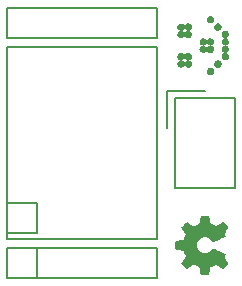
<source format=gto>
%FSLAX34Y34*%
G04 Gerber Fmt 3.4, Leading zero omitted, Abs format*
G04 (created by PCBNEW (2014-03-14 BZR 4750)-product) date Mon 17 Mar 2014 06:19:06 PM CET*
%MOIN*%
G01*
G70*
G90*
G04 APERTURE LIST*
%ADD10C,0.005906*%
%ADD11C,0.007874*%
%ADD12C,0.000100*%
%ADD13R,0.009843X0.039370*%
%ADD14C,0.040000*%
%ADD15C,0.064961*%
%ADD16R,0.064961X0.064961*%
%ADD17R,0.065000X0.065000*%
%ADD18C,0.065000*%
%ADD19C,0.010000*%
G04 APERTURE END LIST*
G54D10*
G54D11*
X61500Y-43200D02*
X61500Y-36800D01*
X66500Y-43200D02*
X61500Y-43200D01*
X66500Y-36800D02*
X66500Y-43200D01*
X61500Y-36800D02*
X66500Y-36800D01*
X63409Y-40944D02*
X64748Y-40944D01*
X63251Y-40787D02*
X63251Y-39055D01*
X63251Y-40787D02*
X63409Y-40944D01*
X64748Y-39055D02*
X64748Y-40944D01*
X63251Y-39055D02*
X64748Y-39055D01*
X63409Y-40590D02*
X63409Y-39409D01*
X63409Y-39409D02*
X64590Y-39409D01*
X64590Y-39409D02*
X64590Y-40590D01*
X64590Y-40590D02*
X63409Y-40590D01*
X61500Y-35500D02*
X66500Y-35500D01*
X66500Y-36500D02*
X61500Y-36500D01*
X61500Y-36500D02*
X61500Y-35500D01*
X66500Y-35500D02*
X66500Y-36500D01*
X66850Y-39500D02*
X66850Y-38250D01*
X66850Y-38250D02*
X68100Y-38250D01*
X67100Y-41500D02*
X67100Y-38500D01*
X67100Y-38500D02*
X69100Y-38500D01*
X69100Y-38500D02*
X69100Y-41500D01*
X69100Y-41500D02*
X67100Y-41500D01*
X66500Y-44500D02*
X61500Y-44500D01*
X61500Y-43500D02*
X66500Y-43500D01*
X66500Y-43500D02*
X66500Y-44500D01*
X61500Y-44500D02*
X61500Y-43500D01*
X62500Y-44500D02*
X62500Y-43500D01*
X61500Y-43000D02*
X62500Y-43000D01*
X61500Y-42000D02*
X62500Y-42000D01*
X62500Y-42000D02*
X62500Y-43000D01*
X61500Y-43000D02*
X61500Y-42000D01*
G54D12*
G36*
X68884Y-44006D02*
X68878Y-43996D01*
X68864Y-43973D01*
X68842Y-43940D01*
X68816Y-43901D01*
X68790Y-43862D01*
X68769Y-43830D01*
X68754Y-43808D01*
X68749Y-43798D01*
X68751Y-43793D01*
X68760Y-43775D01*
X68774Y-43748D01*
X68782Y-43732D01*
X68792Y-43708D01*
X68795Y-43695D01*
X68791Y-43693D01*
X68772Y-43684D01*
X68740Y-43670D01*
X68697Y-43652D01*
X68647Y-43630D01*
X68594Y-43608D01*
X68539Y-43585D01*
X68486Y-43563D01*
X68439Y-43544D01*
X68401Y-43528D01*
X68374Y-43518D01*
X68363Y-43514D01*
X68360Y-43515D01*
X68348Y-43528D01*
X68332Y-43549D01*
X68294Y-43596D01*
X68237Y-43642D01*
X68172Y-43670D01*
X68099Y-43679D01*
X68032Y-43671D01*
X67968Y-43645D01*
X67910Y-43600D01*
X67867Y-43545D01*
X67840Y-43481D01*
X67831Y-43410D01*
X67839Y-43342D01*
X67865Y-43276D01*
X67909Y-43218D01*
X67937Y-43193D01*
X67996Y-43159D01*
X68058Y-43140D01*
X68074Y-43138D01*
X68143Y-43141D01*
X68210Y-43161D01*
X68269Y-43198D01*
X68318Y-43249D01*
X68322Y-43255D01*
X68340Y-43278D01*
X68352Y-43294D01*
X68362Y-43306D01*
X68574Y-43218D01*
X68607Y-43204D01*
X68665Y-43180D01*
X68715Y-43159D01*
X68755Y-43142D01*
X68781Y-43130D01*
X68792Y-43125D01*
X68793Y-43125D01*
X68794Y-43117D01*
X68788Y-43101D01*
X68774Y-43071D01*
X68764Y-43052D01*
X68753Y-43029D01*
X68749Y-43019D01*
X68754Y-43010D01*
X68768Y-42989D01*
X68789Y-42957D01*
X68814Y-42919D01*
X68839Y-42883D01*
X68861Y-42850D01*
X68876Y-42826D01*
X68883Y-42814D01*
X68883Y-42812D01*
X68877Y-42802D01*
X68861Y-42783D01*
X68834Y-42754D01*
X68793Y-42713D01*
X68787Y-42707D01*
X68753Y-42673D01*
X68724Y-42646D01*
X68704Y-42628D01*
X68695Y-42621D01*
X68695Y-42621D01*
X68683Y-42627D01*
X68659Y-42642D01*
X68625Y-42664D01*
X68586Y-42691D01*
X68484Y-42761D01*
X68388Y-42723D01*
X68358Y-42711D01*
X68323Y-42696D01*
X68297Y-42685D01*
X68286Y-42679D01*
X68282Y-42669D01*
X68276Y-42642D01*
X68268Y-42604D01*
X68260Y-42559D01*
X68252Y-42515D01*
X68244Y-42476D01*
X68239Y-42448D01*
X68236Y-42435D01*
X68234Y-42432D01*
X68228Y-42429D01*
X68215Y-42428D01*
X68191Y-42427D01*
X68154Y-42426D01*
X68099Y-42426D01*
X68093Y-42426D01*
X68042Y-42427D01*
X68000Y-42428D01*
X67974Y-42429D01*
X67963Y-42431D01*
X67963Y-42431D01*
X67960Y-42443D01*
X67954Y-42471D01*
X67947Y-42510D01*
X67938Y-42557D01*
X67937Y-42560D01*
X67928Y-42606D01*
X67920Y-42645D01*
X67914Y-42673D01*
X67910Y-42684D01*
X67907Y-42687D01*
X67889Y-42696D01*
X67860Y-42709D01*
X67825Y-42725D01*
X67788Y-42740D01*
X67755Y-42753D01*
X67731Y-42762D01*
X67720Y-42765D01*
X67719Y-42764D01*
X67708Y-42757D01*
X67684Y-42741D01*
X67651Y-42719D01*
X67611Y-42692D01*
X67608Y-42690D01*
X67569Y-42663D01*
X67535Y-42641D01*
X67512Y-42627D01*
X67501Y-42621D01*
X67500Y-42621D01*
X67488Y-42630D01*
X67466Y-42650D01*
X67436Y-42679D01*
X67401Y-42713D01*
X67391Y-42724D01*
X67353Y-42763D01*
X67329Y-42789D01*
X67316Y-42806D01*
X67313Y-42814D01*
X67313Y-42814D01*
X67320Y-42826D01*
X67336Y-42851D01*
X67359Y-42884D01*
X67386Y-42924D01*
X67388Y-42927D01*
X67415Y-42966D01*
X67437Y-42999D01*
X67453Y-43022D01*
X67459Y-43033D01*
X67459Y-43034D01*
X67454Y-43050D01*
X67444Y-43078D01*
X67431Y-43113D01*
X67416Y-43149D01*
X67402Y-43182D01*
X67391Y-43207D01*
X67384Y-43219D01*
X67384Y-43219D01*
X67370Y-43223D01*
X67340Y-43230D01*
X67300Y-43238D01*
X67252Y-43248D01*
X67244Y-43249D01*
X67197Y-43258D01*
X67158Y-43265D01*
X67131Y-43271D01*
X67120Y-43274D01*
X67119Y-43280D01*
X67117Y-43303D01*
X67116Y-43338D01*
X67116Y-43381D01*
X67116Y-43425D01*
X67117Y-43468D01*
X67118Y-43505D01*
X67120Y-43532D01*
X67122Y-43543D01*
X67123Y-43543D01*
X67138Y-43547D01*
X67167Y-43554D01*
X67208Y-43562D01*
X67256Y-43571D01*
X67265Y-43573D01*
X67311Y-43582D01*
X67350Y-43590D01*
X67376Y-43595D01*
X67387Y-43598D01*
X67389Y-43603D01*
X67397Y-43622D01*
X67410Y-43653D01*
X67426Y-43692D01*
X67462Y-43782D01*
X67387Y-43893D01*
X67380Y-43903D01*
X67353Y-43943D01*
X67331Y-43975D01*
X67316Y-43998D01*
X67311Y-44007D01*
X67311Y-44008D01*
X67321Y-44019D01*
X67342Y-44041D01*
X67371Y-44071D01*
X67405Y-44106D01*
X67431Y-44131D01*
X67462Y-44162D01*
X67483Y-44181D01*
X67496Y-44192D01*
X67504Y-44195D01*
X67510Y-44194D01*
X67521Y-44187D01*
X67545Y-44171D01*
X67579Y-44148D01*
X67618Y-44121D01*
X67651Y-44099D01*
X67688Y-44075D01*
X67714Y-44060D01*
X67727Y-44054D01*
X67732Y-44056D01*
X67754Y-44063D01*
X67787Y-44077D01*
X67826Y-44093D01*
X67913Y-44132D01*
X67924Y-44189D01*
X67931Y-44224D01*
X67940Y-44272D01*
X67949Y-44319D01*
X67963Y-44391D01*
X68229Y-44394D01*
X68234Y-44383D01*
X68237Y-44372D01*
X68243Y-44345D01*
X68251Y-44307D01*
X68259Y-44261D01*
X68266Y-44223D01*
X68274Y-44184D01*
X68279Y-44156D01*
X68282Y-44144D01*
X68286Y-44140D01*
X68305Y-44131D01*
X68335Y-44117D01*
X68371Y-44101D01*
X68408Y-44086D01*
X68443Y-44072D01*
X68469Y-44063D01*
X68482Y-44059D01*
X68493Y-44064D01*
X68516Y-44079D01*
X68548Y-44100D01*
X68587Y-44127D01*
X68625Y-44153D01*
X68658Y-44176D01*
X68682Y-44191D01*
X68693Y-44198D01*
X68700Y-44194D01*
X68719Y-44179D01*
X68749Y-44150D01*
X68792Y-44106D01*
X68799Y-44099D01*
X68832Y-44065D01*
X68859Y-44036D01*
X68877Y-44015D01*
X68884Y-44006D01*
X68884Y-44006D01*
G37*
G36*
X68901Y-36379D02*
X68898Y-36354D01*
X68890Y-36331D01*
X68885Y-36321D01*
X68870Y-36300D01*
X68852Y-36283D01*
X68831Y-36271D01*
X68809Y-36262D01*
X68785Y-36258D01*
X68761Y-36259D01*
X68737Y-36265D01*
X68713Y-36276D01*
X68704Y-36283D01*
X68692Y-36294D01*
X68682Y-36305D01*
X68674Y-36315D01*
X68672Y-36319D01*
X68662Y-36340D01*
X68656Y-36362D01*
X68655Y-36387D01*
X68656Y-36395D01*
X68658Y-36408D01*
X68661Y-36420D01*
X68666Y-36433D01*
X68674Y-36447D01*
X68690Y-36467D01*
X68710Y-36484D01*
X68732Y-36496D01*
X68743Y-36499D01*
X68755Y-36503D01*
X68764Y-36504D01*
X68766Y-36504D01*
X68766Y-36504D01*
X68761Y-36505D01*
X68760Y-36505D01*
X68744Y-36509D01*
X68728Y-36515D01*
X68714Y-36522D01*
X68696Y-36536D01*
X68678Y-36555D01*
X68666Y-36577D01*
X68658Y-36601D01*
X68655Y-36627D01*
X68655Y-36633D01*
X68657Y-36653D01*
X68663Y-36671D01*
X68664Y-36675D01*
X68676Y-36696D01*
X68691Y-36714D01*
X68710Y-36730D01*
X68730Y-36741D01*
X68752Y-36748D01*
X68753Y-36748D01*
X68759Y-36749D01*
X68762Y-36750D01*
X68762Y-36750D01*
X68758Y-36751D01*
X68752Y-36752D01*
X68750Y-36753D01*
X68728Y-36760D01*
X68708Y-36772D01*
X68689Y-36788D01*
X68677Y-36802D01*
X68665Y-36824D01*
X68657Y-36847D01*
X68655Y-36873D01*
X68656Y-36892D01*
X68663Y-36916D01*
X68674Y-36939D01*
X68689Y-36958D01*
X68709Y-36974D01*
X68712Y-36976D01*
X68721Y-36982D01*
X68729Y-36986D01*
X68734Y-36988D01*
X68745Y-36991D01*
X68756Y-36994D01*
X68764Y-36995D01*
X68765Y-36995D01*
X68766Y-36996D01*
X68760Y-36997D01*
X68747Y-36999D01*
X68730Y-37005D01*
X68715Y-37013D01*
X68695Y-37027D01*
X68678Y-37046D01*
X68666Y-37068D01*
X68658Y-37092D01*
X68655Y-37118D01*
X68657Y-37141D01*
X68664Y-37165D01*
X68675Y-37187D01*
X68692Y-37207D01*
X68703Y-37216D01*
X68717Y-37226D01*
X68732Y-37233D01*
X68745Y-37237D01*
X68770Y-37242D01*
X68794Y-37241D01*
X68817Y-37235D01*
X68838Y-37226D01*
X68858Y-37212D01*
X68874Y-37195D01*
X68887Y-37176D01*
X68896Y-37153D01*
X68900Y-37128D01*
X68900Y-37126D01*
X68900Y-37101D01*
X68894Y-37077D01*
X68883Y-37055D01*
X68878Y-37047D01*
X68863Y-37030D01*
X68846Y-37016D01*
X68827Y-37006D01*
X68820Y-37003D01*
X68810Y-37000D01*
X68799Y-36997D01*
X68791Y-36996D01*
X68786Y-36996D01*
X68791Y-36995D01*
X68795Y-36995D01*
X68806Y-36992D01*
X68818Y-36989D01*
X68828Y-36985D01*
X68840Y-36979D01*
X68860Y-36964D01*
X68877Y-36945D01*
X68890Y-36923D01*
X68898Y-36899D01*
X68899Y-36895D01*
X68901Y-36878D01*
X68900Y-36860D01*
X68898Y-36844D01*
X68892Y-36828D01*
X68881Y-36805D01*
X68864Y-36784D01*
X68862Y-36783D01*
X68845Y-36769D01*
X68824Y-36758D01*
X68803Y-36752D01*
X68802Y-36752D01*
X68796Y-36750D01*
X68794Y-36750D01*
X68796Y-36750D01*
X68801Y-36749D01*
X68803Y-36748D01*
X68815Y-36745D01*
X68829Y-36739D01*
X68843Y-36732D01*
X68858Y-36721D01*
X68875Y-36703D01*
X68889Y-36681D01*
X68897Y-36657D01*
X68898Y-36652D01*
X68900Y-36636D01*
X68900Y-36618D01*
X68898Y-36602D01*
X68894Y-36588D01*
X68884Y-36565D01*
X68869Y-36545D01*
X68850Y-36528D01*
X68828Y-36515D01*
X68821Y-36512D01*
X68810Y-36509D01*
X68799Y-36506D01*
X68791Y-36505D01*
X68790Y-36505D01*
X68790Y-36504D01*
X68795Y-36504D01*
X68795Y-36503D01*
X68811Y-36500D01*
X68827Y-36494D01*
X68842Y-36487D01*
X68847Y-36483D01*
X68866Y-36467D01*
X68881Y-36448D01*
X68892Y-36427D01*
X68899Y-36403D01*
X68901Y-36379D01*
X68901Y-36379D01*
G37*
G36*
X68655Y-37373D02*
X68654Y-37358D01*
X68653Y-37343D01*
X68649Y-37327D01*
X68639Y-37304D01*
X68624Y-37283D01*
X68606Y-37266D01*
X68584Y-37253D01*
X68561Y-37245D01*
X68536Y-37242D01*
X68511Y-37243D01*
X68487Y-37250D01*
X68465Y-37261D01*
X68446Y-37277D01*
X68429Y-37296D01*
X68425Y-37303D01*
X68415Y-37326D01*
X68409Y-37351D01*
X68409Y-37376D01*
X68414Y-37402D01*
X68423Y-37422D01*
X68437Y-37443D01*
X68455Y-37461D01*
X68477Y-37475D01*
X68501Y-37484D01*
X68514Y-37487D01*
X68530Y-37488D01*
X68546Y-37487D01*
X68559Y-37485D01*
X68564Y-37484D01*
X68588Y-37474D01*
X68610Y-37460D01*
X68628Y-37441D01*
X68642Y-37419D01*
X68647Y-37408D01*
X68651Y-37394D01*
X68654Y-37381D01*
X68655Y-37373D01*
X68655Y-37373D01*
G37*
G36*
X68655Y-36133D02*
X68652Y-36107D01*
X68643Y-36083D01*
X68629Y-36060D01*
X68625Y-36055D01*
X68607Y-36038D01*
X68586Y-36025D01*
X68562Y-36016D01*
X68549Y-36013D01*
X68533Y-36012D01*
X68518Y-36013D01*
X68505Y-36015D01*
X68499Y-36016D01*
X68474Y-36026D01*
X68453Y-36040D01*
X68436Y-36058D01*
X68422Y-36079D01*
X68413Y-36103D01*
X68409Y-36129D01*
X68409Y-36138D01*
X68412Y-36163D01*
X68419Y-36186D01*
X68431Y-36207D01*
X68447Y-36225D01*
X68466Y-36239D01*
X68488Y-36250D01*
X68512Y-36257D01*
X68537Y-36258D01*
X68552Y-36257D01*
X68566Y-36254D01*
X68580Y-36248D01*
X68599Y-36238D01*
X68618Y-36223D01*
X68634Y-36203D01*
X68646Y-36182D01*
X68653Y-36158D01*
X68655Y-36133D01*
X68655Y-36133D01*
G37*
G36*
X68408Y-37618D02*
X68408Y-37600D01*
X68406Y-37585D01*
X68401Y-37567D01*
X68389Y-37545D01*
X68372Y-37524D01*
X68357Y-37511D01*
X68336Y-37499D01*
X68312Y-37490D01*
X68302Y-37489D01*
X68288Y-37488D01*
X68273Y-37488D01*
X68260Y-37490D01*
X68253Y-37492D01*
X68228Y-37502D01*
X68207Y-37516D01*
X68189Y-37534D01*
X68175Y-37556D01*
X68171Y-37565D01*
X68166Y-37581D01*
X68164Y-37597D01*
X68163Y-37615D01*
X68164Y-37627D01*
X68166Y-37640D01*
X68169Y-37652D01*
X68175Y-37666D01*
X68180Y-37674D01*
X68195Y-37694D01*
X68214Y-37711D01*
X68236Y-37724D01*
X68261Y-37732D01*
X68267Y-37733D01*
X68282Y-37734D01*
X68297Y-37733D01*
X68310Y-37732D01*
X68319Y-37730D01*
X68343Y-37720D01*
X68364Y-37706D01*
X68382Y-37688D01*
X68395Y-37666D01*
X68405Y-37641D01*
X68406Y-37634D01*
X68408Y-37618D01*
X68408Y-37618D01*
G37*
G36*
X68408Y-36630D02*
X68407Y-36606D01*
X68400Y-36582D01*
X68394Y-36569D01*
X68379Y-36548D01*
X68361Y-36530D01*
X68339Y-36517D01*
X68315Y-36508D01*
X68310Y-36507D01*
X68290Y-36504D01*
X68271Y-36505D01*
X68250Y-36510D01*
X68226Y-36520D01*
X68205Y-36534D01*
X68188Y-36553D01*
X68175Y-36575D01*
X68166Y-36600D01*
X68162Y-36615D01*
X68161Y-36607D01*
X68161Y-36605D01*
X68156Y-36587D01*
X68148Y-36569D01*
X68137Y-36552D01*
X68134Y-36549D01*
X68116Y-36531D01*
X68096Y-36518D01*
X68073Y-36509D01*
X68049Y-36505D01*
X68025Y-36505D01*
X68001Y-36511D01*
X67978Y-36521D01*
X67977Y-36522D01*
X67957Y-36537D01*
X67940Y-36556D01*
X67928Y-36577D01*
X67921Y-36599D01*
X67918Y-36623D01*
X67919Y-36647D01*
X67925Y-36670D01*
X67936Y-36692D01*
X67951Y-36712D01*
X67963Y-36723D01*
X67981Y-36735D01*
X68000Y-36744D01*
X68018Y-36749D01*
X68023Y-36749D01*
X68025Y-36750D01*
X68023Y-36750D01*
X68018Y-36751D01*
X68002Y-36756D01*
X67984Y-36763D01*
X67968Y-36773D01*
X67960Y-36780D01*
X67942Y-36798D01*
X67929Y-36820D01*
X67921Y-36843D01*
X67917Y-36868D01*
X67919Y-36893D01*
X67923Y-36909D01*
X67933Y-36932D01*
X67947Y-36953D01*
X67965Y-36970D01*
X67987Y-36983D01*
X68011Y-36992D01*
X68023Y-36994D01*
X68048Y-36995D01*
X68073Y-36991D01*
X68096Y-36982D01*
X68116Y-36968D01*
X68134Y-36951D01*
X68149Y-36929D01*
X68153Y-36919D01*
X68157Y-36908D01*
X68160Y-36897D01*
X68162Y-36889D01*
X68162Y-36888D01*
X68162Y-36888D01*
X68164Y-36894D01*
X68167Y-36906D01*
X68173Y-36922D01*
X68180Y-36936D01*
X68185Y-36944D01*
X68200Y-36961D01*
X68217Y-36975D01*
X68236Y-36986D01*
X68256Y-36992D01*
X68279Y-36995D01*
X68300Y-36995D01*
X68304Y-36994D01*
X68330Y-36988D01*
X68352Y-36976D01*
X68372Y-36959D01*
X68385Y-36945D01*
X68398Y-36923D01*
X68406Y-36899D01*
X68407Y-36890D01*
X68408Y-36876D01*
X68407Y-36862D01*
X68406Y-36849D01*
X68404Y-36839D01*
X68402Y-36831D01*
X68390Y-36807D01*
X68374Y-36787D01*
X68354Y-36770D01*
X68344Y-36764D01*
X68327Y-36757D01*
X68311Y-36752D01*
X68310Y-36752D01*
X68304Y-36750D01*
X68302Y-36750D01*
X68302Y-36750D01*
X68269Y-36750D01*
X68269Y-36750D01*
X68266Y-36751D01*
X68260Y-36752D01*
X68258Y-36752D01*
X68236Y-36760D01*
X68216Y-36771D01*
X68197Y-36787D01*
X68182Y-36806D01*
X68171Y-36827D01*
X68171Y-36828D01*
X68167Y-36839D01*
X68165Y-36849D01*
X68162Y-36860D01*
X68160Y-36850D01*
X68157Y-36835D01*
X68147Y-36813D01*
X68133Y-36793D01*
X68116Y-36776D01*
X68096Y-36763D01*
X68085Y-36758D01*
X68072Y-36754D01*
X68062Y-36751D01*
X68057Y-36751D01*
X68055Y-36750D01*
X68057Y-36750D01*
X68062Y-36749D01*
X68071Y-36747D01*
X68084Y-36742D01*
X68096Y-36737D01*
X68108Y-36730D01*
X68127Y-36714D01*
X68143Y-36695D01*
X68154Y-36673D01*
X68161Y-36650D01*
X68162Y-36639D01*
X68165Y-36650D01*
X68165Y-36652D01*
X68168Y-36663D01*
X68171Y-36673D01*
X68172Y-36675D01*
X68183Y-36696D01*
X68199Y-36714D01*
X68217Y-36730D01*
X68238Y-36741D01*
X68260Y-36748D01*
X68261Y-36748D01*
X68267Y-36749D01*
X68269Y-36750D01*
X68302Y-36750D01*
X68302Y-36750D01*
X68305Y-36749D01*
X68311Y-36748D01*
X68327Y-36744D01*
X68349Y-36733D01*
X68369Y-36718D01*
X68385Y-36700D01*
X68398Y-36678D01*
X68398Y-36678D01*
X68405Y-36655D01*
X68408Y-36630D01*
X68408Y-36630D01*
G37*
G36*
X68408Y-35898D02*
X68408Y-35878D01*
X68405Y-35860D01*
X68402Y-35848D01*
X68391Y-35825D01*
X68376Y-35805D01*
X68357Y-35789D01*
X68335Y-35777D01*
X68311Y-35769D01*
X68286Y-35766D01*
X68275Y-35767D01*
X68250Y-35771D01*
X68226Y-35781D01*
X68204Y-35796D01*
X68200Y-35801D01*
X68185Y-35818D01*
X68173Y-35839D01*
X68166Y-35860D01*
X68166Y-35861D01*
X68163Y-35879D01*
X68163Y-35899D01*
X68166Y-35918D01*
X68168Y-35924D01*
X68177Y-35948D01*
X68191Y-35968D01*
X68209Y-35985D01*
X68229Y-35998D01*
X68251Y-36007D01*
X68275Y-36012D01*
X68300Y-36012D01*
X68325Y-36006D01*
X68343Y-35998D01*
X68364Y-35984D01*
X68382Y-35965D01*
X68396Y-35944D01*
X68405Y-35920D01*
X68405Y-35917D01*
X68408Y-35898D01*
X68408Y-35898D01*
G37*
G36*
X67671Y-37115D02*
X67668Y-37091D01*
X67660Y-37067D01*
X67654Y-37056D01*
X67646Y-37045D01*
X67636Y-37033D01*
X67622Y-37020D01*
X67602Y-37008D01*
X67578Y-36999D01*
X67571Y-36998D01*
X67555Y-36996D01*
X67537Y-36996D01*
X67522Y-36998D01*
X67502Y-37005D01*
X67480Y-37016D01*
X67462Y-37031D01*
X67459Y-37033D01*
X67450Y-37045D01*
X67441Y-37058D01*
X67435Y-37071D01*
X67433Y-37075D01*
X67430Y-37085D01*
X67427Y-37095D01*
X67426Y-37102D01*
X67426Y-37106D01*
X67425Y-37102D01*
X67423Y-37096D01*
X67421Y-37088D01*
X67419Y-37079D01*
X67410Y-37061D01*
X67399Y-37043D01*
X67386Y-37028D01*
X67383Y-37026D01*
X67362Y-37011D01*
X67338Y-37001D01*
X67314Y-36996D01*
X67289Y-36996D01*
X67283Y-36997D01*
X67258Y-37004D01*
X67236Y-37015D01*
X67215Y-37032D01*
X67202Y-37047D01*
X67190Y-37068D01*
X67182Y-37092D01*
X67181Y-37097D01*
X67179Y-37114D01*
X67180Y-37131D01*
X67182Y-37147D01*
X67187Y-37161D01*
X67198Y-37183D01*
X67213Y-37203D01*
X67231Y-37219D01*
X67253Y-37232D01*
X67276Y-37239D01*
X67279Y-37240D01*
X67285Y-37241D01*
X67287Y-37243D01*
X67285Y-37243D01*
X67279Y-37244D01*
X67269Y-37246D01*
X67258Y-37250D01*
X67248Y-37254D01*
X67241Y-37258D01*
X67220Y-37273D01*
X67203Y-37292D01*
X67190Y-37314D01*
X67182Y-37338D01*
X67179Y-37364D01*
X67181Y-37384D01*
X67187Y-37407D01*
X67197Y-37429D01*
X67206Y-37442D01*
X67224Y-37460D01*
X67245Y-37473D01*
X67268Y-37483D01*
X67292Y-37488D01*
X67316Y-37487D01*
X67339Y-37482D01*
X67363Y-37472D01*
X67384Y-37457D01*
X67401Y-37438D01*
X67414Y-37416D01*
X67423Y-37391D01*
X67426Y-37377D01*
X67427Y-37385D01*
X67428Y-37390D01*
X67434Y-37410D01*
X67444Y-37429D01*
X67457Y-37447D01*
X67472Y-37461D01*
X67485Y-37470D01*
X67502Y-37479D01*
X67518Y-37484D01*
X67531Y-37487D01*
X67547Y-37488D01*
X67562Y-37487D01*
X67575Y-37485D01*
X67590Y-37481D01*
X67613Y-37469D01*
X67634Y-37454D01*
X67650Y-37434D01*
X67662Y-37411D01*
X67670Y-37386D01*
X67671Y-37379D01*
X67671Y-37364D01*
X67670Y-37348D01*
X67668Y-37334D01*
X67665Y-37324D01*
X67653Y-37301D01*
X67638Y-37281D01*
X67619Y-37264D01*
X67597Y-37252D01*
X67573Y-37244D01*
X67571Y-37244D01*
X67565Y-37242D01*
X67566Y-37241D01*
X67532Y-37241D01*
X67531Y-37242D01*
X67526Y-37244D01*
X67525Y-37244D01*
X67508Y-37248D01*
X67491Y-37256D01*
X67475Y-37266D01*
X67466Y-37273D01*
X67448Y-37293D01*
X67436Y-37315D01*
X67428Y-37340D01*
X67425Y-37352D01*
X67424Y-37343D01*
X67422Y-37336D01*
X67420Y-37328D01*
X67418Y-37323D01*
X67407Y-37301D01*
X67392Y-37281D01*
X67373Y-37264D01*
X67352Y-37252D01*
X67328Y-37244D01*
X67322Y-37243D01*
X67319Y-37242D01*
X67321Y-37241D01*
X67329Y-37239D01*
X67329Y-37239D01*
X67342Y-37235D01*
X67357Y-37229D01*
X67370Y-37221D01*
X67378Y-37215D01*
X67390Y-37204D01*
X67401Y-37192D01*
X67409Y-37180D01*
X67410Y-37179D01*
X67418Y-37160D01*
X67424Y-37140D01*
X67425Y-37132D01*
X67427Y-37141D01*
X67433Y-37163D01*
X67445Y-37185D01*
X67460Y-37205D01*
X67479Y-37220D01*
X67485Y-37224D01*
X67497Y-37230D01*
X67509Y-37235D01*
X67521Y-37239D01*
X67529Y-37240D01*
X67529Y-37240D01*
X67532Y-37241D01*
X67566Y-37241D01*
X67566Y-37241D01*
X67571Y-37240D01*
X67578Y-37238D01*
X67586Y-37236D01*
X67599Y-37231D01*
X67620Y-37219D01*
X67638Y-37202D01*
X67653Y-37183D01*
X67663Y-37162D01*
X67670Y-37139D01*
X67671Y-37115D01*
X67671Y-37115D01*
G37*
G36*
X67671Y-36375D02*
X67668Y-36351D01*
X67659Y-36328D01*
X67646Y-36307D01*
X67630Y-36289D01*
X67609Y-36274D01*
X67586Y-36264D01*
X67578Y-36262D01*
X67571Y-36260D01*
X67570Y-36260D01*
X67565Y-36259D01*
X67565Y-36259D01*
X67531Y-36259D01*
X67528Y-36260D01*
X67519Y-36262D01*
X67505Y-36266D01*
X67483Y-36277D01*
X67464Y-36292D01*
X67448Y-36311D01*
X67435Y-36333D01*
X67428Y-36357D01*
X67425Y-36368D01*
X67424Y-36360D01*
X67423Y-36359D01*
X67418Y-36339D01*
X67409Y-36320D01*
X67404Y-36312D01*
X67394Y-36300D01*
X67382Y-36288D01*
X67370Y-36279D01*
X67359Y-36272D01*
X67344Y-36265D01*
X67329Y-36261D01*
X67322Y-36260D01*
X67319Y-36258D01*
X67321Y-36257D01*
X67328Y-36256D01*
X67344Y-36251D01*
X67367Y-36240D01*
X67388Y-36224D01*
X67404Y-36205D01*
X67416Y-36182D01*
X67424Y-36157D01*
X67425Y-36148D01*
X67428Y-36160D01*
X67431Y-36171D01*
X67441Y-36195D01*
X67456Y-36216D01*
X67475Y-36234D01*
X67482Y-36239D01*
X67493Y-36245D01*
X67506Y-36251D01*
X67515Y-36254D01*
X67525Y-36256D01*
X67525Y-36256D01*
X67530Y-36258D01*
X67531Y-36259D01*
X67565Y-36259D01*
X67566Y-36258D01*
X67572Y-36256D01*
X67581Y-36254D01*
X67599Y-36247D01*
X67617Y-36237D01*
X67626Y-36230D01*
X67645Y-36212D01*
X67658Y-36190D01*
X67668Y-36165D01*
X67670Y-36155D01*
X67671Y-36137D01*
X67670Y-36120D01*
X67668Y-36105D01*
X67667Y-36103D01*
X67658Y-36079D01*
X67643Y-36057D01*
X67625Y-36039D01*
X67603Y-36025D01*
X67579Y-36016D01*
X67567Y-36014D01*
X67550Y-36012D01*
X67533Y-36013D01*
X67518Y-36016D01*
X67505Y-36020D01*
X67487Y-36029D01*
X67472Y-36039D01*
X67460Y-36050D01*
X67448Y-36065D01*
X67438Y-36081D01*
X67435Y-36087D01*
X67431Y-36098D01*
X67428Y-36110D01*
X67426Y-36119D01*
X67426Y-36119D01*
X67425Y-36117D01*
X67423Y-36109D01*
X67418Y-36095D01*
X67412Y-36079D01*
X67404Y-36066D01*
X67402Y-36063D01*
X67388Y-36047D01*
X67370Y-36033D01*
X67352Y-36022D01*
X67343Y-36019D01*
X67318Y-36013D01*
X67293Y-36012D01*
X67268Y-36017D01*
X67263Y-36018D01*
X67240Y-36029D01*
X67220Y-36044D01*
X67203Y-36063D01*
X67190Y-36085D01*
X67182Y-36109D01*
X67181Y-36113D01*
X67179Y-36129D01*
X67180Y-36148D01*
X67182Y-36164D01*
X67183Y-36167D01*
X67193Y-36192D01*
X67207Y-36214D01*
X67226Y-36232D01*
X67248Y-36246D01*
X67255Y-36249D01*
X67266Y-36253D01*
X67277Y-36256D01*
X67285Y-36257D01*
X67286Y-36257D01*
X67287Y-36258D01*
X67284Y-36259D01*
X67277Y-36261D01*
X67260Y-36265D01*
X67238Y-36276D01*
X67219Y-36291D01*
X67203Y-36309D01*
X67190Y-36331D01*
X67190Y-36331D01*
X67182Y-36354D01*
X67179Y-36378D01*
X67181Y-36403D01*
X67188Y-36426D01*
X67194Y-36440D01*
X67209Y-36461D01*
X67227Y-36479D01*
X67248Y-36492D01*
X67272Y-36501D01*
X67277Y-36502D01*
X67297Y-36505D01*
X67316Y-36504D01*
X67339Y-36499D01*
X67363Y-36488D01*
X67383Y-36474D01*
X67401Y-36455D01*
X67414Y-36433D01*
X67423Y-36407D01*
X67424Y-36402D01*
X67426Y-36398D01*
X67426Y-36398D01*
X67427Y-36405D01*
X67431Y-36419D01*
X67438Y-36435D01*
X67446Y-36449D01*
X67456Y-36463D01*
X67475Y-36480D01*
X67497Y-36493D01*
X67501Y-36495D01*
X67525Y-36502D01*
X67550Y-36504D01*
X67576Y-36501D01*
X67599Y-36493D01*
X67611Y-36488D01*
X67622Y-36480D01*
X67634Y-36470D01*
X67634Y-36469D01*
X67651Y-36449D01*
X67663Y-36427D01*
X67670Y-36402D01*
X67670Y-36400D01*
X67671Y-36375D01*
X67671Y-36375D01*
G37*
%LPC*%
G54D13*
X63606Y-40590D03*
X63803Y-40590D03*
X64000Y-40590D03*
X64196Y-40590D03*
X64393Y-40590D03*
X64393Y-39409D03*
X64196Y-39409D03*
X64000Y-39409D03*
X63803Y-39409D03*
X63606Y-39409D03*
G54D14*
X64000Y-40000D03*
G54D15*
X66000Y-36000D03*
X65000Y-36000D03*
X64000Y-36000D03*
X63000Y-36000D03*
X62000Y-36000D03*
G54D16*
X66000Y-42500D03*
X66000Y-37500D03*
X62000Y-37500D03*
G54D17*
X67600Y-39000D03*
G54D18*
X68600Y-39000D03*
X67600Y-40000D03*
X68600Y-40000D03*
X67600Y-41000D03*
X68600Y-41000D03*
G54D16*
X62000Y-44000D03*
G54D15*
X63000Y-44000D03*
X64000Y-44000D03*
X65000Y-44000D03*
X66000Y-44000D03*
G54D16*
X62000Y-42500D03*
G54D10*
G36*
X64850Y-41050D02*
X63150Y-41050D01*
X63150Y-38950D01*
X64850Y-38950D01*
X64850Y-41050D01*
X64850Y-41050D01*
G37*
G54D19*
X64850Y-41050D02*
X63150Y-41050D01*
X63150Y-38950D01*
X64850Y-38950D01*
X64850Y-41050D01*
M02*

</source>
